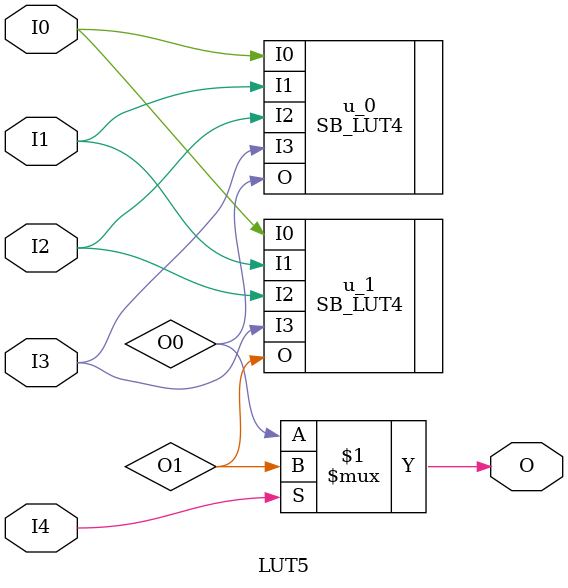
<source format=v>
module ring_stage_init0_impl(
	input wire i_reset,
	input wire i_f,
	input wire i_r,
	output wire o_c
	);
wire O;
wire #11 Od = O;
assign o_c = Od;
//i_reset                 1111 1111   0000 0000 
//LO                      1111 0000   1111 0000   
//i_r                     1100 1100   1100 1100
//i_f                     1010 1010   1010 1010   
localparam LUT_INIT = 16'b0000_0000___1011_0010;
SB_LUT4 #(.LUT_INIT(LUT_INIT)) u_0 (
.O(O), // LUT general output
.I0(i_f), // LUT input
.I1(i_r), // LUT input
.I2(Od), // LUT input
.I3(i_reset) // LUT input
);	
endmodule

module ring_stage_init1_impl(
	input wire i_reset,
	input wire i_f,
	input wire i_r,
	output wire o_c
	);
wire O;
wire #11 Od = O;
assign o_c = Od;
SB_LUT4 #(
//i_reset     1111 1111   0000 0000 
//LO          1111 0000   1111 0000   
//i_r         1100 1100   1100 1100
//i_f         1010 1010   1010 1010   
	.LUT_INIT(16'b1111_1111___1011_0010) // Specify LUT Contents
) LUT4_inst (
.O(O), // LUT general output
.I0(i_f), // LUT input
.I1(i_r), // LUT input
.I2(Od), // LUT input
.I3(i_reset) // LUT input
);	
endmodule


module ring_stage_impl(
	input wire i_reset,
	input wire i_init_val,
	input wire i_f,
	input wire i_r,
	output wire o_c
	);
wire O;
wire #11 Od = O;
assign o_c = Od;
LUT5 #(
//i_reset     1111 1111 1111 1111   0000 0000 0000 0000 
//i_init_val  1111 1111 0000 0000   1111 1111 0000 0000   
//LO          1111 0000 1111 0000   1111 0000 1111 0000   
//i_r         1100 1100 1100 1100   1100 1100 1100 1100
//i_f         1010 1010 1010 1010   1010 1010 1010 1010   
	.INIT(32'b1111_1111_0000_0000___1011_0010_1011_0010) // Specify LUT Contents
) LUT5_inst (
.O(O), // LUT general output
.I0(i_f), // LUT input
.I1(i_r), // LUT input
.I2(Od), // LUT input
.I3(i_init_val), // LUT input
.I4(i_reset) // LUT input
);	
endmodule

module LUT5 #(
	parameter INIT = 32'h0000_0000
)(
	input wire I0,
	input wire I1,
	input wire I2,
	input wire I3,
	input wire I4,
	output wire O
);
wire O0,O1;
SB_LUT4 #(.LUT_INIT(INIT[ 0+:16])) u_0 (
.O (O0), // output
.I0 (I0), // data input 0
.I1 (I1), // data input 1
.I2 (I2), // data input 2
.I3 (I3) // data input 3
);
SB_LUT4 #(.LUT_INIT(INIT[16+:16])) u_1 (
.O (O1), // output
.I0 (I0), // data input 0
.I1 (I1), // data input 1
.I2 (I2), // data input 2
.I3 (I3) // data input 3
);
assign O = I4 ? O1 : O0;
endmodule
</source>
